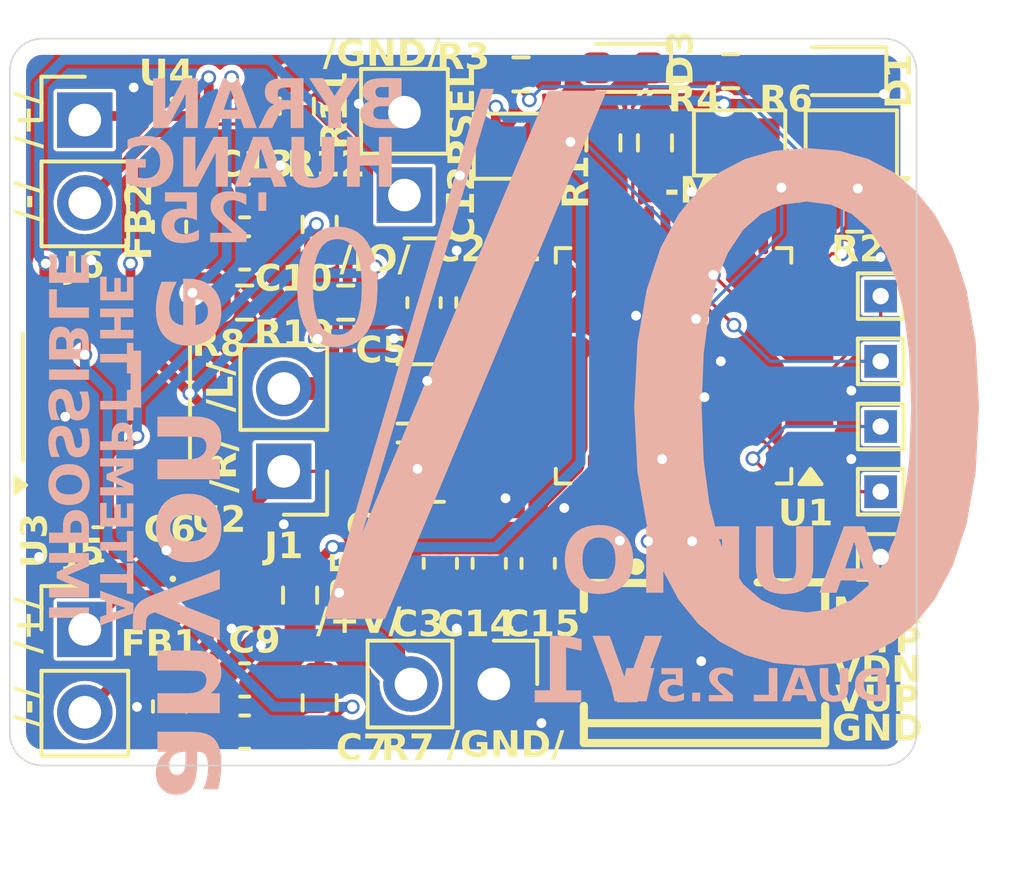
<source format=kicad_pcb>
(kicad_pcb (version 20241007) (generator "pcbnew") (generator_version "8.99")
  (layers (0 "F.Cu" signal) (2 "B.Cu" signal) (13 "F.Paste" user) (15 "B.Paste" user) (5 "F.SilkS" user "F.Silkscreen") (7 "B.SilkS" user "B.Silkscreen") (1 "F.Mask" user) (3 "B.Mask" user) (25 "Edge.Cuts" user))
  (net 0 "")
  (net 1 "GND")
  (net 2 "VBUS")
  (net 3 "/AUDIO_R")
  (net 4 "Net-(U1-LOR)")
  (net 5 "Net-(U1-LOL)")
  (net 6 "/AUDIO_L")
  (net 7 "Net-(U1-VREF)")
  (net 8 "Net-(D1-A)")
  (net 9 "Net-(D3-A)")
  (net 10 "/PWRSEL")
  (net 11 "Net-(U2-PVDD)")
  (net 12 "/MODE")
  (net 13 "/MSEL")
  (net 14 "/LEDO")
  (net 15 "/LEDR")
  (net 16 "/MUTER")
  (net 17 "/MUTEP")
  (net 18 "/VOLDN")
  (net 19 "/VOLUP")
  (net 31 "/PDSW")
  (net 35 "/D+")
  (net 38 "/D-")
  (net 43 "Net-(U4-PVDD)")
  (net 44 "Net-(J5-Pin_2)")
  (net 45 "Net-(J5-Pin_1)")
  (net 46 "Net-(J6-Pin_1)")
  (net 47 "Net-(J6-Pin_2)")
  (net 48 "/SWIO")
  (net 49 "+3.3V")
  (net 50 "Net-(U2-EN)")
  (net 51 "/AMP_R")
  (net 52 "/SDA")
  (net 53 "/SCL")
  (net 54 "Net-(U4-EN)")
  (net 55 "/AMP_L")
  (net 57 "Net-(U3-VDD)")
  (footprint "Resistor_SMD:R_0603_1608Metric" (layer "F.Cu") (at 111.5 90.3 90)
    (property "Reference" "R1")
    (property "Value" "10k")
  )
  (footprint "Capacitor_SMD:C_0603_1608Metric" (layer "F.Cu") (at 100.5 108.375)
    (property "Reference" "C7")
    (property "Value" "100nF")
  )
  (footprint "Connector_PinHeader_2.54mm:PinHeader_1x02_P2.54mm_Vertical" (layer "F.Cu") (at 108.14 106.9 -90)
    (property "Reference" "J4" (hide yes))
    (property "Value" "PWR")
  )
  (footprint "TestPoint:TestPoint_THTPad_1.0x1.0mm_Drill0.5mm" (layer "F.Cu") (at 120 101)
    (property "Reference" "TP4" (hide yes))
    (property "Value" "TestPoint")
  )
  (footprint "Resistor_SMD:R_0603_1608Metric" (layer "F.Cu") (at 102.1 89.175 90)
    (property "Reference" "R11")
    (property "Value" "10k")
  )
  (footprint "Resistor_SMD:R_0603_1608Metric" (layer "F.Cu") (at 100.5 95.2)
    (property "Reference" "R8")
    (property "Value" "10k")
  )
  (footprint "Resistor_SMD:R_0603_1608Metric" (layer "F.Cu") (at 113.08 90.3 90)
    (property "Reference" "R4")
    (property "Value" "10k")
  )
  (footprint "Connector_PinHeader_2.54mm:PinHeader_1x02_P2.54mm_Vertical" (layer "F.Cu") (at 105.4 91.9 180)
    (property "Reference" "J7" (hide yes))
    (property "Value" "SPK")
  )
  (footprint "Resistor_SMD:R_0603_1608Metric" (layer "F.Cu") (at 103.6 95.2 180)
    (property "Reference" "R10")
    (property "Value" "10k")
  )
  (footprint "Capacitor_SMD:C_0603_1608Metric" (layer "F.Cu") (at 106 95.2 90)
    (property "Reference" "C2")
    (property "Value" "4.7uF")
  )
  (footprint "Capacitor_SMD:C_0603_1608Metric" (layer "F.Cu") (at 106.5 103.2 -90)
    (property "Reference" "C3")
    (property "Value" "100nF")
  )
  (footprint "Jumper:SolderJumper-2_P1.3mm_Open_TrianglePad1.0x1.5mm" (layer "F.Cu") (at 115.675 90.3)
    (property "Reference" "JP3" (hide yes))
    (property "Value" "MSEL")
  )
  (footprint "TestPoint:TestPoint_THTPad_1.0x1.0mm_Drill0.5mm" (layer "F.Cu") (at 120 95)
    (property "Reference" "TP1" (hide yes))
    (property "Value" "TestPoint")
  )
  (footprint "Capacitor_SMD:C_1206_3216Metric" (layer "F.Cu") (at 105.9 98 180)
    (property "Reference" "C5")
    (property "Value" "100uF (C1954161)")
  )
  (footprint "FPC:FPC-SMD_6P-P0.50_XUNPU_FPC-05F-6PH20" (layer "F.Cu") (at 114.6 104.8)
    (property "Reference" "J3" (hide yes))
    (property "Value" "USB")
  )
  (footprint "Package_SO:SOP-8_3.9x4.9mm_P1.27mm" (layer "F.Cu") (at 96.265 98.1 90)
    (property "Reference" "U3")
    (property "Value" "CH32V003JxMx")
  )
  (footprint "Inductor_SMD:L_0603_1608Metric" (layer "F.Cu") (at 98.2 92.875 -90)
    (property "Reference" "FB2")
    (property "Value" "GZ1608D601TF")
  )
  (footprint "Resistor_SMD:R_0603_1608Metric" (layer "F.Cu") (at 102.8 92.8 -90)
    (property "Reference" "R12")
    (property "Value" "0R")
  )
  (footprint "LED_SMD:LED_0603_1608Metric" (layer "F.Cu") (at 112.0875 88 180)
    (property "Reference" "D3")
    (property "Value" "OPER")
  )
  (footprint "Connector_PinHeader_2.54mm:PinHeader_1x02_P2.54mm_Vertical" (layer "F.Cu") (at 95.6 89.6)
    (property "Reference" "J6")
    (property "Value" "SPKL")
  )
  (footprint "Capacitor_SMD:C_0603_1608Metric" (layer "F.Cu") (at 96 102.6 180)
    (property "Reference" "C6")
    (property "Value" "100nF")
  )
  (footprint "Capacitor_SMD:C_0603_1608Metric" (layer "F.Cu") (at 108 103.2 -90)
    (property "Reference" "C14")
    (property "Value" "4.7uF")
  )
  (footprint "Jumper:SolderJumper-2_P1.3mm_Open_TrianglePad1.0x1.5mm" (layer "F.Cu") (at 119.1 90.3)
    (property "Reference" "JP2" (hide yes))
    (property "Value" "MODE")
  )
  (footprint "TestPoint:TestPoint_THTPad_1.0x1.0mm_Drill0.5mm" (layer "F.Cu") (at 120 99)
    (property "Reference" "TP3" (hide yes))
    (property "Value" "TestPoint")
  )
  (footprint "Jumper:SolderJumper-2_P1.3mm_Open_TrianglePad1.0x1.5mm" (layer "F.Cu") (at 108.925 90.4 180)
    (property "Reference" "JP1" (hide yes))
    (property "Value" "PSEL")
  )
  (footprint "Connector_PinHeader_2.54mm:PinHeader_1x02_P2.54mm_Vertical" (layer "F.Cu") (at 101.7 100.375 180)
    (property "Reference" "J1")
    (property "Value" "SPK")
  )
  (footprint "TPA2028:TPA2028" (layer "F.Cu") (at 99.4 89.475)
    (property "Reference" "U4")
    (property "Value" "TPA2028")
  )
  (footprint "Package_QFP:LQFP-48_7x7mm_P0.5mm" (layer "F.Cu") (at 113.65 97.1375 180)
    (property "Reference" "U1")
    (property "Value" "CM108")
  )
  (footprint "Capacitor_SMD:C_0603_1608Metric" (layer "F.Cu") (at 100.5 93.675)
    (property "Reference" "C10")
    (property "Value" "100nF")
  )
  (footprint "Capacitor_SMD:C_0603_1608Metric" (layer "F.Cu") (at 109 92.5)
    (property "Reference" "C12")
    (property "Value" "4.7uF")
  )
  (footprint "Resistor_SMD:R_0603_1608Metric" (layer "F.Cu") (at 119.2 92.5 180)
    (property "Reference" "R2")
    (property "Value" "10k")
  )
  (footprint "Capacitor_SMD:C_0603_1608Metric" (layer "F.Cu") (at 100.5 106.775)
    (property "Reference" "C9")
    (property "Value" "10uF")
  )
  (footprint "TPA2028:TPA2028" (layer "F.Cu") (at 99.4 104.175)
    (property "Reference" "U2")
    (property "Value" "TPA2028")
  )
  (footprint "Resistor_SMD:R_0603_1608Metric" (layer "F.Cu") (at 108.975 88.2)
    (property "Reference" "R3")
    (property "Value" "10k")
  )
  (footprint "Capacitor_SMD:C_0603_1608Metric" (layer "F.Cu") (at 109.5 103.2 -90)
    (property "Reference" "C15")
    (property "Value" "100nF")
  )
  (footprint "LED_SMD:LED_0603_1608Metric" (layer "F.Cu") (at 118.6875 88.1 180)
    (property "Reference" "D1")
    (property "Value" "REC_MUTE")
  )
  (footprint "Capacitor_SMD:C_0603_1608Metric" (layer "F.Cu") (at 107.5 95.2 90)
    (property "Reference" "C1")
    (property "Value" "100nF")
  )
  (footprint "Connector_PinHeader_2.54mm:PinHeader_1x02_P2.54mm_Vertical" (layer "F.Cu") (at 95.6 105.225)
    (property "Reference" "J5")
    (property "Value" "SPKR")
  )
  (footprint "Resistor_SMD:R_0603_1608Metric" (layer "F.Cu") (at 102.2 104.175 90)
    (property "Reference" "R5")
    (property "Value" "10k")
  )
  (footprint "Resistor_SMD:R_0603_1608Metric" (layer "F.Cu") (at 102.8 107.475 -90)
    (property "Reference" "R7")
    (property "Value" "0R")
  )
  (footprint "Resistor_SMD:R_0603_1608Metric" (layer "F.Cu") (at 115.4 88.1)
    (property "Reference" "R6")
    (property "Value" "10k")
  )
  (footprint "Inductor_SMD:L_0603_1608Metric" (layer "F.Cu") (at 98.2 107.5875 -90)
    (property "Reference" "FB1")
    (property "Value" "GZ1608D601TF")
  )
  (footprint "Capacitor_SMD:C_1206_3216Metric" (layer "F.Cu") (at 105.9 100.4 180)
    (property "Reference" "C4")
    (property "Value" "100uF (C1954161)")
  )
  (footprint "TestPoint:TestPoint_THTPad_1.0x1.0mm_Drill0.5mm" (layer "F.Cu") (at 120 103)
    (property "Reference" "TP5" (hide yes))
    (property "Value" "TestPoint")
  )
  (footprint "Capacitor_SMD:C_0603_1608Metric" (layer "F.Cu") (at 100.5 92.075)
    (property "Reference" "C13")
    (property "Value" "10uF")
  )
  (footprint "TestPoint:TestPoint_THTPad_1.0x1.0mm_Drill0.5mm" (layer "F.Cu") (at 120 97)
    (property "Reference" "TP2" (hide yes))
    (property "Value" "TestPoint")
  )
  (gr_poly (pts (xy 111.6 88.7) (xy 104.8 104.9) (xy 103 104.9) (xy 109.8 88.7)) (stroke (width 0.0001)) (fill solid) (layer "B.SilkS"))
  (gr_poly (pts (xy 108.143189 88.641457) (xy 103.343189 104.841457) (xy 102.943189 104.841457) (xy 107.743189 88.641457)) (stroke (width 0.0001)) (fill solid) (layer "B.SilkS"))
  (gr_arc (start 120.1 87.1) (mid 120.807107 87.392893) (end 121.1 88.1) (stroke (width 0.05)) (layer "Edge.Cuts"))
  (gr_line (start 121.1 88.1) (end 121.1 108.4) (stroke (width 0.05)) (layer "Edge.Cuts"))
  (gr_arc (start 121.1 108.4) (mid 120.807107 109.107107) (end 120.1 109.4) (stroke (width 0.05)) (layer "Edge.Cuts"))
  (gr_line (start 93.3 108.4) (end 93.3 88.1) (stroke (width 0.05)) (layer "Edge.Cuts"))
  (gr_line (start 94.3 87.1) (end 120.1 87.1) (stroke (width 0.05)) (layer "Edge.Cuts"))
  (gr_arc (start 93.3 88.1) (mid 93.592893 87.392893) (end 94.3 87.1) (stroke (width 0.05)) (layer "Edge.Cuts"))
  (gr_line (start 120.1 109.4) (end 94.3 109.4) (stroke (width 0.05)) (layer "Edge.Cuts"))
  (gr_arc (start 94.3 109.4) (mid 93.592893 109.107107) (end 93.3 108.4) (stroke (width 0.05)) (layer "Edge.Cuts"))
  (gr_text "MTP" (at 119.9 105.6 0) (layer "F.SilkS") (effects (font (size 0.8 0.8) (thickness 0.16) (bold yes))))
  (gr_text "-MODE" (at 118.9 91.8 0) (layer "F.SilkS") (effects (font (size 0.8 0.8) (thickness 0.16) (bold yes))))
  (gr_text "/-/" (at 93.9 92.1 90) (layer "F.SilkS") (effects (font (size 0.8 0.8) (thickness 0.16) (bold yes))))
  (gr_text "/-/" (at 93.9 107.6 90) (layer "F.SilkS") (effects (font (size 0.8 0.8) (thickness 0.16) (bold yes))))
  (gr_text "/IO/" (at 104.5 93.9 0) (layer "F.SilkS") (effects (font (size 0.8 0.8) (thickness 0.16) (bold yes))))
  (gr_text "/+/" (at 93.9 89.6 90) (layer "F.SilkS") (effects (font (size 0.8 0.8) (thickness 0.16) (bold yes))))
  (gr_text "/GND/" (at 104.7 87.6 0) (layer "F.SilkS") (effects (font (size 0.8 0.8) (thickness 0.16) (bold yes))))
  (gr_text "/R/" (at 99.9 100.2 90) (layer "F.SilkS") (effects (font (size 0.8 0.8) (thickness 0.16) (bold yes))))
  (gr_text "/+V/" (at 104 105 0) (layer "F.SilkS") (effects (font (size 0.8 0.8) (thickness 0.16) (bold yes))))
  (gr_text "-PSEL" (at 107.2 89.7 90) (layer "F.SilkS") (effects (font (size 0.8 0.8) (thickness 0.16) (bold yes))))
  (gr_text "/+/" (at 93.9 105.1 90) (layer "F.SilkS") (effects (font (size 0.8 0.8) (thickness 0.16) (bold yes))))
  (gr_text "GND" (at 119.9 108.3 0) (layer "F.SilkS") (effects (font (size 0.8 0.8) (thickness 0.16) (bold yes))))
  (gr_text "/GND/" (at 108.5 108.8 0) (layer "F.SilkS") (effects (font (size 0.8 0.8) (thickness 0.16) (bold yes))))
  (gr_text "VDN" (at 119.9 106.5 0) (layer "F.SilkS") (effects (font (size 0.8 0.8) (thickness 0.16) (bold yes))))
  (gr_text "MTR" (at 119.9 104.7 0) (layer "F.SilkS") (effects (font (size 0.8 0.8) (thickness 0.16) (bold yes))))
  (gr_text "-MSEL" (at 115.3 91.8 0) (layer "F.SilkS") (effects (font (size 0.8 0.8) (thickness 0.16) (bold yes))))
  (gr_text "VUP" (at 119.9 107.4 0) (layer "F.SilkS") (effects (font (size 0.8 0.8) (thickness 0.16) (bold yes))))
  (gr_text "/L/" (at 99.8 97.8 90) (layer "F.SilkS") (effects (font (size 0.8 0.8) (thickness 0.16) (bold yes))))
  (gr_text "IMPOSSIBLE" (at 94.3 93.6 270) (layer "B.SilkS") (effects (font (size 1.2 1.2) (thickness 0.25) (bold yes)) (justify right bottom mirror)))
  (gr_text "AUDIO \nV1" (at 109.2 107.8 0) (layer "B.SilkS") (effects (font (size 2 2) (thickness 0.5) (bold yes)) (justify right bottom mirror)))
  (gr_text "HUANG" (at 96.7 91.9 0) (layer "B.SilkS") (effects (font (size 1.5 1.5) (thickness 0.375) (bold yes)) (justify right bottom mirror)))
  (gr_text "ATTEMPT THE" (at 95.9 94.3 270) (layer "B.SilkS") (effects (font (size 1 1) (thickness 0.25) (bold yes)) (justify right bottom mirror)))
  (gr_text "0" (at 104.9 97.1 0) (layer "B.SilkS") (effects (font (size 3.5 3.5) (thickness 0.1)) (justify left bottom mirror)))
  (gr_text "USB -> \nDUAL 2.5W" (at 120.3 107.6 0) (layer "B.SilkS") (effects (font (size 1 1) (thickness 0.25) (bold yes)) (justify left bottom mirror)))
  (gr_text "BYRAN" (at 97.5 90.1 0) (layer "B.SilkS") (effects (font (size 1.5 1.5) (thickness 0.375) (bold yes)) (justify right bottom mirror)))
  (gr_text "'25" (at 97.8 93.6 0) (layer "B.SilkS") (effects (font (size 1.5 1.5) (thickness 0.375) (bold yes)) (justify right bottom mirror)))
  (gr_text "anyon_e" (at 97.4 94.3 270) (layer "B.SilkS") (effects (font (size 2.5 2.5) (thickness 0.5) (bold yes)) (justify right bottom mirror)))
  (gr_text "0" (at 124.4 108.6 0) (layer "B.SilkS") (effects (font (size 15 15) (thickness 0.1)) (justify left bottom mirror)))
  (via (at 94.2 103) (size 0.45) (drill 0.3) (layers "F.Cu" "B.Cu") (net 1))
  (via (at 95.8 93.9) (size 0.45) (drill 0.3) (layers "F.Cu" "B.Cu") (net 1))
  (via (at 97.1 88.6) (size 0.45) (drill 0.3) (layers "F.Cu" "B.Cu") (net 1))
  (via (at 120.1 88.8) (size 0.45) (drill 0.3) (layers "F.Cu" "B.Cu") (net 1))
  (via (at 113.3 100) (size 0.45) (drill 0.3) (layers "F.Cu" "B.Cu") (net 1))
  (via (at 119.1 100) (size 0.45) (drill 0.3) (layers "F.Cu" "B.Cu") (net 1))
  (via (at 114.5 106.2) (size 0.45) (drill 0.3) (layers "F.Cu" "B.Cu") (net 1))
  (via (at 106.1 97.6) (size 0.45) (drill 0.3) (layers "F.Cu" "B.Cu") (net 1))
  (via (at 110.3 101.5) (size 0.45) (drill 0.3) (layers "F.Cu" "B.Cu") (net 1))
  (via (at 112.5 95.6) (size 0.45) (drill 0.3) (layers "F.Cu" "B.Cu") (net 1))
  (via (at 103.4 104.1) (size 0.45) (drill 0.3) (layers "F.Cu" "B.Cu") (net 1))
  (via (at 114.6 98.1) (size 0.45) (drill 0.3) (layers "F.Cu" "B.Cu") (net 1))
  (via (at 107.1 91.3) (size 0.45) (drill 0.3) (layers "F.Cu" "B.Cu") (net 1))
  (via (at 105.8 100.3) (size 0.45) (drill 0.3) (layers "F.Cu" "B.Cu") (net 1))
  (via (at 108.5 101.2) (size 0.45) (drill 0.3) (layers "F.Cu" "B.Cu") (net 1))
  (via (at 109.6 108.1) (size 0.45) (drill 0.3) (layers "F.Cu" "B.Cu") (net 1))
  (via (at 119.1 97.9) (size 0.45) (drill 0.3) (layers "F.Cu" "B.Cu") (net 1))
  (via (at 115.1 97) (size 0.45) (drill 0.3) (layers "F.Cu" "B.Cu") (net 1))
  (via (at 101.6 91) (size 0.45) (drill 0.3) (layers "F.Cu" "B.Cu") (net 1))
  (via (at 100.1 105.2) (size 0.45) (drill 0.3) (layers "F.Cu" "B.Cu") (net 1))
  (via (at 104 89.1) (size 0.45) (drill 0.3) (layers "F.Cu" "B.Cu") (net 1))
  (via (at 95 98.7) (size 0.45) (drill 0.3) (layers "F.Cu" "B.Cu") (net 1))
  (via (at 107 105.2) (size 0.45) (drill 0.3) (layers "F.Cu" "B.Cu") (net 1))
  (via (at 98.1 102.8) (size 0.45) (drill 0.3) (layers "F.Cu" "B.Cu") (net 1))
  (via (at 120 93.8) (size 0.45) (drill 0.3) (layers "F.Cu" "B.Cu") (net 1))
  (via (at 101.7 102) (size 0.45) (drill 0.3) (layers "F.Cu" "B.Cu") (net 1))
  (via (at 107 93.6) (size 0.45) (drill 0.3) (layers "F.Cu" "B.Cu") (net 1))
  (via (at 119.3 91.7) (size 0.45) (drill 0.3) (layers "F.Cu" "B.Cu") (net 1))
  (via (at 97.2 107.6) (size 0.45) (drill 0.3) (layers "F.Cu" "B.Cu") (net 1))
  (via (at 112 102.5) (size 0.45) (drill 0.3) (layers "F.Cu" "B.Cu") (net 1))
  (via (at 114.2 91.8) (size 0.45) (drill 0.3) (layers "F.Cu" "B.Cu") (net 1))
  (segment (start 99.7125 93.6625) (end 99.725 93.675) (width 1) (layer "F.Cu") (net 2))
  (segment (start 105.08 96.3) (end 105.675 96.3) (width 0.6) (layer "F.Cu") (net 2))
  (segment (start 102.775 95.2) (end 102.775 96.275) (width 0.6) (layer "F.Cu") (net 2))
  (segment (start 100.7889 105.7111) (end 101 105.7111) (width 0.7) (layer "F.Cu") (net 2))
  (segment (start 101.325 95.2) (end 102.775 95.2) (width 0.6) (layer "F.Cu") (net 2))
  (segment (start 99.725 93.675) (end 99.725 92.075) (width 1) (layer "F.Cu") (net 2))
  (segment (start 107.9125 96.3875) (end 107.5 95.975) (width 0.3) (layer "F.Cu") (net 2))
  (segment (start 109.4875 96.3875) (end 110.5875 96.3875) (width 0.3) (layer "F.Cu") (net 2))
  (segment (start 110.6639 96.7361) (end 110.6639 99.618268) (width 0.7) (layer "F.Cu") (net 2))
  (segment (start 110.6139 99.618268) (end 110.344232 99.3486) (width 0.6) (layer "F.Cu") (net 2))
  (segment (start 110.8 96.6) (end 110.6639 96.7361) (width 0.7) (layer "F.Cu") (net 2))
  (segment (start 105.675 96.3) (end 106 95.975) (width 0.6) (layer "F.Cu") (net 2))
  (segment (start 105.6 106.9) (end 104.92 106.22) (width 1) (layer "F.Cu") (net 2))
  (segment (start 106.5 102.425) (end 108 102.425) (width 1) (layer "F.Cu") (net 2))
  (segment (start 98.2 93.6625) (end 99.7125 93.6625) (width 1) (layer "F.Cu") (net 2))
  (segment (start 99.725 106.775) (end 100.7889 105.7111) (width 0.7) (layer "F.Cu") (net 2))
  (segment (start 109.4875 96.3875) (end 107.9125 96.3875) (width 0.3) (layer "F.Cu") (net 2))
  (segment (start 102.775 96.275) (end 102.74 96.31) (width 0.6) (layer "F.Cu") (net 2))
  (segment (start 108 102.425) (end 109.5 102.425) (width 1) (layer "F.Cu") (net 2))
  (segment (start 109.5 102.425) (end 109.5014 102.4264) (width 0.6) (layer "F.Cu") (net 2))
  (segment (start 106 95.975) (end 107.5 95.975) (width 0.6) (layer "F.Cu") (net 2))
  (segment (start 110.8264 102.4264) (end 111.91 103.51) (width 0.6) (layer "F.Cu") (net 2))
  (segment (start 104.92 106.22) (end 104.92 103.23) (width 1) (layer "F.Cu") (net 2))
  (segment (start 109.4875 99.3486) (end 109.4875 98.9264) (width 0.6) (layer "F.Cu") (net 2))
  (segment (start 98.2 108.375) (end 99.675 108.375) (width 1) (layer "F.Cu") (net 2))
  (segment (start 99.675 108.375) (end 99.7 108.4) (width 1) (layer "F.Cu") (net 2))
  (segment (start 110.344232 99.3486) (end 109.4875 99.3486) (width 0.6) (layer "F.Cu") (net 2))
  (segment (start 99.725 93.675) (end 101.25 95.2) (width 0.6) (layer "F.Cu") (net 2))
  (segment (start 109.5 101.304368) (end 110.6139 100.190468) (width 0.6) (layer "F.Cu") (net 2))
  (segment (start 110.6139 100.190468) (end 110.6139 99.618268) (width 0.6) (layer "F.Cu") (net 2))
  (segment (start 111.91 103.51) (end 113.3111 103.51) (width 0.6) (layer "F.Cu") (net 2))
  (segment (start 101.25 95.2) (end 101.5 95.2) (width 0.6) (layer "F.Cu") (net 2))
  (segment (start 105.725 102.425) (end 106.5 102.425) (width 1) (layer "F.Cu") (net 2))
  (segment (start 104.92 103.23) (end 105.725 102.425) (width 1) (layer "F.Cu") (net 2))
  (segment (start 99.725 108.375) (end 99.725 106.775) (width 1) (layer "F.Cu") (net 2))
  (segment (start 110.5875 96.3875) (end 110.8 96.6) (width 0.3) (layer "F.Cu") (net 2))
  (segment (start 109.5 102.425) (end 109.5 101.304368) (width 0.6) (layer "F.Cu") (net 2))
  (segment (start 109.5014 102.4264) (end 110.8264 102.4264) (width 0.6) (layer "F.Cu") (net 2))
  (via (at 102.74 96.31) (size 0.45) (drill 0.3) (layers "F.Cu" "B.Cu") (net 2))
  (via (at 101 105.7111) (size 0.45) (drill 0.3) (layers "F.Cu" "B.Cu") (net 2))
  (via (at 105.08 96.3) (size 0.45) (drill 0.3) (layers "F.Cu" "B.Cu") (net 2))
  (segment (start 105.07 96.31) (end 105.08 96.3) (width 0.6) (layer "B.Cu") (net 2))
  (segment (start 101 105.7111) (end 104.4111 105.7111) (width 1) (layer "B.Cu") (net 2))
  (segment (start 104.4111 105.7111) (end 105.6 106.9) (width 1) (layer "B.Cu") (net 2))
  (segment (start 102.74 96.31) (end 105.07 96.31) (width 0.6) (layer "B.Cu") (net 2))
  (segment (start 100.64 103.73) (end 100.68 103.69) (width 0.5) (layer "F.Cu") (net 3))
  (segment (start 100.68 103.69) (end 100.68 101.395) (width 0.5) (layer "F.Cu") (net 3))
  (segment (start 100.195 104.175) (end 100.64 103.73) (width 0.1) (layer "F.Cu") (net 3))
  (segment (start 101.7 100.375) (end 104.4 100.375) (width 0.1) (layer "F.Cu") (net 3))
  (segment (start 100.68 101.395) (end 101.7 100.375) (width 0.5) (layer "F.Cu") (net 3))
  (segment (start 104.4 100.375) (end 104.425 100.4) (width 0.1) (layer "F.Cu") (net 3))
  (segment (start 99.9 104.175) (end 100.195 104.175) (width 0.1) (layer "F.Cu") (net 3))
  (segment (start 107.375 100.4) (end 108.23 99.545) (width 0.3) (layer "F.Cu") (net 4))
  (segment (start 108.23 99.545) (end 108.23 98.407501) (width 0.3) (layer "F.Cu") (net 4))
  (segment (start 108.750001 97.8875) (end 109.4875 97.8875) (width 0.3) (layer "F.Cu") (net 4))
  (segment (start 108.23 98.407501) (end 108.750001 97.8875) (width 0.3) (layer "F.Cu") (net 4))
  (segment (start 108.4875 96.8875) (end 109.4875 96.8875) (width 0.3) (layer "F.Cu") (net 5))
  (segment (start 107.375 98) (end 108.4875 96.8875) (width 0.3) (layer "F.Cu") (net 5))
  (segment (start 102.72 89.29) (end 103.66 90.23) (width 0.3) (layer "F.Cu") (net 6))
  (segment (start 103.66 90.23) (end 103.66 97.235) (width 0.3) (layer "F.Cu") (net 6))
  (segment (start 101.7 97.835) (end 104.26 97.835) (width 0.7) (layer "F.Cu") (net 6))
  (segment (start 104.26 97.835) (end 104.425 98) (width 0.7) (layer "F.Cu") (net 6))
  (segment (start 100.55 89.29) (end 102.72 89.29) (width 0.3) (layer "F.Cu") (net 6))
  (segment (start 100.09 89.29) (end 100.55 89.29) (width 0.1) (layer "F.Cu") (net 6))
  (segment (start 99.905 89.475) (end 100.09 89.29) (width 0.1) (layer "F.Cu") (net 6))
  (segment (start 99.9 89.475) (end 99.905 89.475) (width 0.1) (layer "F.Cu") (net 6))
  (segment (start 103.66 97.235) (end 104.425 98) (width 0.3) (layer "F.Cu") (net 6))
  (segment (start 110.62 94.63) (end 110.3625 94.8875) (width 0.3) (layer "F.Cu") (net 7))
  (segment (start 109.775 92.5) (end 109.775 93.975) (width 0.3) (layer "F.Cu") (net 7))
  (segment (start 110.3625 94.8875) (end 109.4875 94.8875) (width 0.3) (layer "F.Cu") (net 7))
  (segment (start 109.7986 93.9986) (end 110.2821 93.9986) (width 0.3) (layer "F.Cu") (net 7))
  (segment (start 110.62 94.3365) (end 110.62 94.63) (width 0.3) (layer "F.Cu") (net 7))
  (segment (start 109.775 93.975) (end 109.7986 93.9986) (width 0.3) (layer "F.Cu") (net 7))
  (segment (start 110.2821 93.9986) (end 110.62 94.3365) (width 0.3) (layer "F.Cu") (net 7))
  (segment (start 116.225 88.1) (end 117.9 88.1) (width 0.1) (layer "F.Cu") (net 8))
  (segment (start 110 88) (end 109.8 88.2) (width 0.1) (layer "F.Cu") (net 9))
  (segment (start 111.3 88) (end 110 88) (width 0.1) (layer "F.Cu") (net 9))
  (segment (start 116.005 95.485) (end 114.87 94.35) (width 0.1) (layer "F.Cu") (net 10))
  (segment (start 110.575 89.475) (end 109.65 90.4) (width 0.1) (layer "F.Cu") (net 10))
  (segment (start 117.8125 96.8875) (end 117.075001 96.8875) (width 0.1) (layer "F.Cu") (net 10))
  (segment (start 116.005 95.817499) (end 116.005 95.485) (width 0.1) (layer "F.Cu") (net 10))
  (segment (start 111.5 89.475) (end 110.575 89.475) (width 0.1) (layer "F.Cu") (net 10))
  (segment (start 117.075001 96.8875) (end 116.005 95.817499) (width 0.1) (layer "F.Cu") (net 10))
  (segment (start 110.36 90.4) (end 110.49 90.27) (width 0.1) (layer "F.Cu") (net 10))
  (segment (start 109.65 90.4) (end 110.36 90.4) (width 0.1) (layer "F.Cu") (net 10))
  (via (at 110.49 90.27) (size 0.45) (drill 0.3) (layers "F.Cu" "B.Cu") (net 10))
  (via (at 114.87 94.35) (size 0.45) (drill 0.3) (layers "F.Cu" "B.Cu") (net 10))
  (segment (start 114.87 94.227537) (end 110.912463 90.27) (width 0.1) (layer "B.Cu") (net 10))
  (segment (start 114.87 94.35) (end 114.87 94.227537) (width 0.1) (layer "B.Cu") (net 10))
  (segment (start 110.912463 90.27) (end 110.49 90.27) (width 0.1) (layer "B.Cu") (net 10))
  (segment (start 99.4 105.6) (end 99.4 104.675) (width 0.3) (layer "F.Cu") (net 11))
  (segment (start 98.2 106.8) (end 99.4 105.6) (width 0.3) (layer "F.Cu") (net 11))
  (segment (start 118.375 90.3) (end 118.375 92.5) (width 0.1) (layer "F.Cu") (net 12))
  (segment (start 116.71 94.44792) (end 116.71 95.022499) (width 0.1) (layer "F.Cu") (net 12))
  (segment (start 116.71 95.022499) (end 117.075001 95.3875) (width 0.1) (layer "F.Cu") (net 12))
  (segment (start 118.375 92.5) (end 118.375 92.78292) (width 0.1) (layer "F.Cu") (net 12))
  (segment (start 118.375 92.78292) (end 116.71 94.44792) (width 0.1) (layer "F.Cu") (net 12))
  (segment (start 117.075001 95.3875) (end 117.8125 95.3875) (width 0.1) (layer "F.Cu") (net 12))
  (segment (start 114.95 91.055) (end 115.565 91.67) (width 0.1) (layer "F.Cu") (net 13))
  (segment (start 111.4 98.64) (end 111.4 101.3) (width 0.1) (layer "F.Cu") (net 13))
  (segment (start 115.565 91.67) (end 116.96 91.67) (width 0.1) (layer "F.Cu") (net 13))
  (segment (start 114.95 90.3) (end 114.95 91.055) (width 0.1) (layer "F.Cu") (net 13))
  (segment (start 114.125 89.475) (end 113.08 89.475) (width 0.1) (layer "F.Cu") (net 13))
  (segment (start 114.95 90.3) (end 114.125 89.475) (width 0.1) (layer "F.Cu") (net 13))
  (segment (start 114.34 95.7) (end 111.4 98.64) (width 0.1) (layer "F.Cu") (net 13))
  (via (at 114.34 95.7) (size 0.45) (drill 0.3) (layers "F.Cu" "B.Cu") (net 13))
  (via (at 116.96 91.67) (size 0.45) (drill 0.3) (layers "F.Cu" "B.Cu") (net 13))
  (segment (start 116.96 91.67) (end 116.96 93.08) (width 0.1) (layer "B.Cu") (net 13))
  (segment (start 116.96 93.08) (end 114.34 95.7) (width 0.1) (layer "B.Cu") (net 13))
  (segment (start 108.45 88.2) (end 109.23 88.98) (width 0.1) (layer "F.Cu") (net 14))
  (segment (start 108.15 88.2) (end 108.45 88.2) (width 0.1) (layer "F.Cu") (net 14))
  (segment (start 118.81 93.7) (end 118.5 93.7) (width 0.1) (layer "F.Cu") (net 14))
  (segment (start 118.5 93.7) (end 117.8125 94.3875) (width 0.1) (layer "F.Cu") (net 14))
  (via (at 109.23 88.98) (size 0.45) (drill 0.3) (layers "F.Cu" "B.Cu") (net 14))
  (via (at 118.81 93.7) (size 0.45) (drill 0.3) (layers "F.Cu" "B.Cu") (net 14))
  (segment (start 109.635 88.575) (end 115.485 88.575) (width 0.1) (layer "B.Cu") (net 14))
  (segment (start 109.23 88.98) (end 109.635 88.575) (width 0.1) (layer "B.Cu") (net 14))
  (segment (start 115.485 88.575) (end 118.81 91.9) (width 0.1) (layer "B.Cu") (net 14))
  (segment (start 118.81 91.9) (end 118.81 93.7) (width 0.1) (layer "B.Cu") (net 14))
  (segment (start 112.39 89.2) (end 112.4 89.21) (width 0.1) (layer "F.Cu") (net 15))
  (segment (start 112.4 89.21) (end 112.4 92.975) (width 0.1) (layer "F.Cu") (net 15))
  (segment (start 114.575 88.1) (end 114.0611 88.6139) (width 0.1) (layer "F.Cu") (net 15))
  (segment (start 112.9761 88.6139) (end 112.39 89.2) (width 0.1) (layer "F.Cu") (net 15))
  (segment (start 114.0611 88.6139) (end 112.9761 88.6139) (width 0.1) (layer "F.Cu") (net 15))
  (segment (start 120 95) (end 120 95.74208) (width 0.1) (layer "F.Cu") (net 16))
  (segment (start 118.35458 97.3875) (end 117.8125 97.3875) (width 0.1) (layer "F.Cu") (net 16))
  (segment (start 120 95.74208) (end 118.35458 97.3875) (width 0.1) (layer "F.Cu") (net 16))
  (segment (start 113.9 92.975) (end 113.9 94.29) (width 0.1) (layer "F.Cu") (net 17))
  (segment (start 113.9 94.29) (end 115.5 95.89) (width 0.1) (layer "F.Cu") (net 17))
  (via (at 115.5 95.89) (size 0.45) (drill 0.3) (layers "F.Cu" "B.Cu") (net 17))
  (segment (start 116.61 97) (end 115.5 95.89) (width 0.1) (layer "B.Cu") (net 17))
  (segment (start 120 97) (end 116.61 97) (width 0.1) (layer "B.Cu") (net 17))
  (segment (start 116.4 100.300976) (end 116.084024 99.985) (width 0.1) (layer "F.Cu") (net 18))
  (segment (start 116.4 101.3) (end 116.4 100.300976) (width 0.1) (layer "F.Cu") (net 18))
  (via (at 116.084024 99.985) (size 0.45) (drill 0.3) (layers "F.Cu" "B.Cu") (net 18))
  (segment (start 120 99) (end 117.069024 99) (width 0.1) (layer "B.Cu") (net 18))
  (segment (start 117.069024 99) (end 116.084024 99.985) (width 0.1) (layer "B.Cu") (net 18))
  (segment (start 116.42523 99.46) (end 112.53 99.46) (width 0.1) (layer "F.Cu") (net 19))
  (segment (start 116.609024 100.016588) (end 116.609024 99.643794) (width 0.1) (layer "F.Cu") (net 19))
  (segment (start 111.9 100.09) (end 111.9 101.3) (width 0.1) (layer "F.Cu") (net 19))
  (segment (start 116.609024 99.643794) (end 116.42523 99.46) (width 0.1) (layer "F.Cu") (net 19))
  (segment (start 117.592436 101) (end 116.609024 100.016588) (width 0.1) (layer "F.Cu") (net 19))
  (segment (start 120 101) (end 117.592436 101) (width 0.1) (layer "F.Cu") (net 19))
  (segment (start 112.53 99.46) (end 111.9 100.09) (width 0.1) (layer "F.Cu") (net 19))
  (segment (start 114.35 103.51) (end 114.35 102.65) (width 0.1) (layer "F.Cu") (net 35))
  (segment (start 114.35 102.65) (end 114.22 102.52) (width 0.1) (layer "F.Cu") (net 35))
  (segment (start 112.9 102.49) (end 112.9 101.3) (width 0.1) (layer "F.Cu") (net 35))
  (segment (start 112.87 102.52) (end 112.9 102.49) (width 0.1) (layer "F.Cu") (net 35))
  (via (at 114.22 102.52) (size 0.45) (drill 0.3) (layers "F.Cu" "B.Cu") (net 35))
  (via (at 112.87 102.52) (size 0.45) (drill 0.3) (layers "F.Cu" "B.Cu") (net 35))
  (segment (start 114.22 102.52) (end 112.87 102.52) (width 0.1) (layer "B.Cu") (net 35))
  (segment (start 113.85 103.51) (end 113.85 103.035) (width 0.1) (layer "F.Cu") (net 38))
  (segment (start 113.85 103.035) (end 113.4 102.585) (width 0.1) (layer "F.Cu") (net 38))
  (segment (start 113.4 102.585) (end 113.4 101.3) (width 0.1) (layer "F.Cu") (net 38))
  (segment (start 98.2 92.0875) (end 99.4 90.8875) (width 0.3) (layer "F.Cu") (net 43))
  (segment (start 99.4 90.8875) (end 99.4 89.975) (width 0.3) (layer "F.Cu") (net 43))
  (segment (start 98.69 104.675) (end 95.6 107.765) (width 0.3) (layer "F.Cu") (net 44))
  (segment (start 98.9 104.675) (end 98.69 104.675) (width 0.3) (layer "F.Cu") (net 44))
  (segment (start 98.9 104.175) (end 96.65 104.175) (width 0.3) (layer "F.Cu") (net 45))
  (segment (start 96.65 104.175) (end 95.6 105.225) (width 0.3) (layer "F.Cu") (net 45))
  (segment (start 95.725 89.475) (end 98.9 89.475) (width 0.3) (layer "F.Cu") (net 46))
  (segment (start 95.6 89.6) (end 95.725 89.475) (width 0.3) (layer "F.Cu") (net 46))
  (segment (start 98.9 89.975) (end 97.765 89.975) (width 0.3) (layer "F.Cu") (net 47))
  (segment (start 97.765 89.975) (end 95.6 92.14) (width 0.3) (layer "F.Cu") (net 47))
  (segment (start 94.36 95.475) (end 94.36 94.04) (width 0.3) (layer "F.Cu") (net 48))
  (segment (start 94.36 94.04) (end 94.4 94) (width 0.3) (layer "F.Cu") (net 48))
  (via (at 94.4 94) (size 0.45) (drill 0.3) (layers "F.Cu" "B.Cu") (net 48))
  (segment (start 94.4 94) (end 94.2 93.8) (width 0.3) (layer "B.Cu") (net 48))
  (segment (start 101.25 87.75) (end 105.4 91.9) (width 0.3) (layer "B.Cu") (net 48))
  (segment (start 94.95 87.75) (end 101.25 87.75) (width 0.3) (layer "B.Cu") (net 48))
  (segment (start 94.2 93.8) (end 94.2 88.5) (width 0.3) (layer "B.Cu") (net 48))
  (segment (start 94.2 88.5) (end 94.95 87.75) (width 0.3) (layer "B.Cu") (net 48))
  (segment (start 102.1 88.35) (end 102.1789 88.2711) (width 0.3) (layer "F.Cu") (net 49))
  (segment (start 116.4 94.349354) (end 116.4 95.4) (width 0.3) (layer "F.Cu") (net 49))
  (segment (start 119.825 89.545) (end 119.38 89.1) (width 0.3) (layer "F.Cu") (net 49))
  (segment (start 116.4 95.4) (end 116.8875 95.8875) (width 0.3) (layer "F.Cu") (net 49))
  (segment (start 102.2 103.35) (end 102.55 103.35) (width 0.3) (layer "F.Cu") (net 49))
  (segment (start 108.2 90.4) (end 108.2 89.2) (width 0.3) (layer "F.Cu") (net 49))
  (segment (start 117.51 93.239354) (end 116.4 94.349354) (width 0.3) (layer "F.Cu") (net 49))
  (segment (start 116.8875 95.8875) (end 117.8125 95.8875) (width 0.3) (layer "F.Cu") (net 49))
  (segment (start 115.2 89.1) (end 115.5 89.1) (width 0.3) (layer "F.Cu") (net 49))
  (segment (start 116.4 90.3) (end 117.51 91.41) (width 0.3) (layer "F.Cu") (net 49))
  (segment (start 102.1789 88.2711) (end 106.0711 88.2711) (width 0.3) (layer "F.Cu") (net 49))
  (segment (start 119.825 90.3) (end 119.825 89.545) (width 0.3) (layer "F.Cu") (net 49))
  (segment (start 119.38 89.1) (end 115.2 89.1) (width 0.3) (layer "F.Cu") (net 49))
  (segment (start 116.4 90) (end 116.4 90.3) (width 0.3) (layer "F.Cu") (net 49))
  (segment (start 117.51 91.41) (end 117.51 93.239354) (width 0.3) (layer "F.Cu") (net 49))
  (segment (start 102.55 103.35) (end 103.2 102.7) (width 0.3) (layer "F.Cu") (net 49))
  (segment (start 106.0711 88.2711) (end 108.2 90.4) (width 0.3) (layer "F.Cu") (net 49))
  (segment (start 115.5 89.1) (end 116.4 90) (width 0.3) (layer "F.Cu") (net 49))
  (via (at 115.2 89.1) (size 0.45) (drill 0.3) (layers "F.Cu" "B.Cu") (net 49))
  (via (at 108.2 89.2) (size 0.45) (drill 0.3) (layers "F.Cu" "B.Cu") (net 49))
  (via (at 103.2 102.7) (size 0.45) (drill 0.3) (layers "F.Cu" "B.Cu") (net 49))
  (segment (start 103.2 102.7) (end 108.2 102.7) (width 0.3) (layer "B.Cu") (net 49))
  (segment (start 108.2 89.2) (end 108.53 89.53) (width 0.3) (layer "B.Cu") (net 49))
  (segment (start 108.2 102.7) (end 110.8 100.1) (width 0.3) (layer "B.Cu") (net 49))
  (segment (start 109.987818 89) (end 115.1 89) (width 0.3) (layer "B.Cu") (net 49))
  (segment (start 109.4 89.53) (end 109.457818 89.53) (width 0.3) (layer "B.Cu") (net 49))
  (segment (start 110.8 100.1) (end 110.8 91.8) (width 0.3) (layer "B.Cu") (net 49))
  (segment (start 115.1 89) (end 115.2 89.1) (width 0.3) (layer "B.Cu") (net 49))
  (segment (start 108.53 89.53) (end 109.4 89.53) (width 0.3) (layer "B.Cu") (net 49))
  (segment (start 110.8 91.8) (end 109.4 90.4) (width 0.3) (layer "B.Cu") (net 49))
  (segment (start 109.457818 89.53) (end 109.987818 89) (width 0.3) (layer "B.Cu") (net 49))
  (segment (start 109.4 90.4) (end 109.4 89.53) (width 0.3) (layer "B.Cu") (net 49))
  (segment (start 102.8 105.6) (end 102.2 105) (width 0.3) (layer "F.Cu") (net 50))
  (segment (start 101.06 105) (end 102.2 105) (width 0.1) (layer "F.Cu") (net 50))
  (segment (start 99.72 104.44) (end 99.73 104.43) (width 0.1) (layer "F.Cu") (net 50))
  (segment (start 100.49 104.43) (end 101.06 105) (width 0.1) (layer "F.Cu") (net 50))
  (segment (start 102.8 106.65) (end 102.8 105.6) (width 0.3) (layer "F.Cu") (net 50))
  (segment (start 99.4 104.175) (end 99.6614 104.4364) (width 0.1) (layer "F.Cu") (net 50))
  (segment (start 99.6614 104.4364) (end 99.791724 104.4364) (width 0.1) (layer "F.Cu") (net 50))
  (segment (start 99.73 104.43) (end 100.49 104.43) (width 0.1) (layer "F.Cu") (net 50))
  (segment (start 103.8 107.6) (end 103.5 107.6) (width 0.3) (layer "F.Cu") (net 51))
  (segment (start 95.63 95.475) (end 95.63 96.77) (width 0.3) (layer "F.Cu") (net 51))
  (segment (start 95.63 96.77) (end 95.6 96.8) (width 0.3) (layer "F.Cu") (net 51))
  (segment (start 103.5 107.6) (end 102.8 108.3) (width 0.3) (layer "F.Cu") (net 51))
  (via (at 103.8 107.6) (size 0.45) (drill 0.3) (layers "F.Cu" "B.Cu") (net 51))
  (via (at 95.6 96.8) (size 0.45) (drill 0.3) (layers "F.Cu" "B.Cu") (net 51))
  (segment (start 96.3 102.5) (end 101.4 107.6) (width 0.3) (layer "B.Cu") (net 51))
  (segment (start 95.6 96.8) (end 95.6 97.2) (width 0.3) (layer "B.Cu") (net 51))
  (segment (start 95.6 97.2) (end 96.3 97.9) (width 0.3) (layer "B.Cu") (net 51))
  (segment (start 101.4 107.6) (end 103.8 107.6) (width 0.3) (layer "B.Cu") (net 51))
  (segment (start 96.3 97.9) (end 96.3 102.5) (width 0.3) (layer "B.Cu") (net 51))
  (segment (start 99.9 97.205) (end 98.17 95.475) (width 0.3) (layer "F.Cu") (net 52))
  (segment (start 98.8 95) (end 98.9 94.9) (width 0.3) (layer "F.Cu") (net 52))
  (segment (start 98.8 95.475) (end 99.4 95.475) (width 0.3) (layer "F.Cu") (net 52))
  (segment (start 100.1 88.775) (end 99.9 88.975) (width 0.3) (layer "F.Cu") (net 52))
  (segment (start 99.4 95.475) (end 99.675 95.2) (width 0.3) (layer "F.Cu") (net 52))
  (segment (start 98.17 95.475) (end 98.8 95.475) (width 0.3) (layer "F.Cu") (net 52))
  (segment (start 99.9 103.675) (end 99.9 97.205) (width 0.3) (layer "F.Cu") (net 52))
  (segment (start 100.1 88.3) (end 100.1 88.775) (width 0.3) (layer "F.Cu") (net 52))
  (segment (start 98.8 95.475) (end 98.8 95) (width 0.3) (layer "F.Cu") (net 52))
  (via (at 98.9 94.9) (size 0.45) (drill 0.3) (layers "F.Cu" "B.Cu") (net 52))
  (via (at 100.1 88.3) (size 0.45) (drill 0.3) (layers "F.Cu" "B.Cu") (net 52))
  (segment (start 99.95 88.45) (end 100.1 88.3) (width 0.3) (layer "B.Cu") (net 52))
  (segment (start 99.95 93.85) (end 99.95 88.45) (width 0.3) (layer "B.Cu") (net 52))
  (segment (start 98.9 94.9) (end 99.95 93.85) (width 0.3) (layer "B.Cu") (net 52))
  (segment (start 99.4 98.56) (end 96.9 96.06) (width 0.3) (layer "F.Cu") (net 53))
  (segment (start 104.425 94.175) (end 104.5 94.1) (width 0.3) (layer "F.Cu") (net 53))
  (segment (start 96.9 96.06) (end 96.9 95.475) (width 0.3) (layer "F.Cu") (net 53))
  (segment (start 99.4 103.675) (end 99.4 98.56) (width 0.3) (layer "F.Cu") (net 53))
  (segment (start 97 94) (end 97 95.375) (width 0.3) (layer "F.Cu") (net 53))
  (segment (start 99.4 88.975) (end 99.4 88.3) (width 0.3) (layer "F.Cu") (net 53))
  (segment (start 97 95.375) (end 96.9 95.475) (width 0.3) (layer "F.Cu") (net 53))
  (segment (start 104.425 95.2) (end 104.425 94.175) (width 0.3) (layer "F.Cu") (net 53))
  (via (at 97 94) (size 0.45) (drill 0.3) (layers "F.Cu" "B.Cu") (net 53))
  (via (at 104.5 94.1) (size 0.45) (drill 0.3) (layers "F.Cu" "B.Cu") (net 53))
  (via (at 98.82 97.98) (size 0.45) (drill 0.3) (layers "F.Cu" "B.Cu") (net 53))
  (via (at 99.4 88.3) (size 0.45) (drill 0.3) (layers "F.Cu" "B.Cu") (net 53))
  (segment (start 102.5 94.3) (end 98.82 97.98) (width 0.3) (layer "B.Cu") (net 53))
  (segment (start 104.5 94.1) (end 104.3 94.3) (width 0.3) (layer "B.Cu") (net 53))
  (segment (start 99.4 88.3) (end 97 90.7) (width 0.3) (layer "B.Cu") (net 53))
  (segment (start 104.3 94.3) (end 102.5 94.3) (width 0.3) (layer "B.Cu") (net 53))
  (segment (start 97 90.7) (end 97 94) (width 0.3) (layer "B.Cu") (net 53))
  (segment (start 100.7 90) (end 102.1 90) (width 0.3) (layer "F.Cu") (net 54))
  (segment (start 102.8 91.975) (end 102.8 90.7) (width 0.3) (layer "F.Cu") (net 54))
  (segment (start 99.65 89.725) (end 99.780324 89.725) (width 0.1) (layer "F.Cu") (net 54))
  (segment (start 100.42 89.72) (end 100.7 90) (width 0.3) (layer "F.Cu") (net 54))
  (segment (start 99.4 89.475) (end 99.65 89.725) (width 0.1) (layer "F.Cu") (net 54))
  (segment (start 102.8 90.7) (end 102.1 90) (width 0.3) (layer "F.Cu") (net 54))
  (segment (start 99.72 89.72) (end 100.42 89.72) (width 0.1) (layer "F.Cu") (net 54))
  (segment (start 96.9 100.725) (end 96.9 99.6) (width 0.3) (layer "F.Cu") (net 55))
  (segment (start 96.9 99.6) (end 97.2 99.3) (width 0.3) (layer "F.Cu") (net 55))
  (segment (start 102.7 92.8) (end 102.7 93.525) (width 0.3) (layer "F.Cu") (net 55))
  (segment (start 102.7 93.525) (end 102.8 93.625) (width 0.3) (layer "F.Cu") (net 55))
  (via (at 102.7 92.8) (size 0.45) (drill 0.3) (layers "F.Cu" "B.Cu") (net 55))
  (via (at 97.2 99.3) (size 0.45) (drill 0.3) (layers "F.Cu" "B.Cu") (net 55))
  (segment (start 97.2 99.3) (end 97.2 98.3) (width 0.3) (layer "B.Cu") (net 55))
  (segment (start 97.2 98.3) (end 102.7 92.8) (width 0.3) (layer "B.Cu") (net 55))
  (segment (start 98.17 101.205) (end 98.17 100.725) (width 0.3) (layer "F.Cu") (net 57))
  (segment (start 96.775 102.6) (end 98.17 101.205) (width 0.3) (layer "F.Cu") (net 57))
  (zone (net 1) (net_name "GND") (layers "F&B.Cu") (connect_pads yes (clearance 0.11)) (min_thickness 0.11) (fill yes (thermal_gap 0.5) (thermal_bridge_width 0.5))
    (polygon (pts (xy 93 87) (xy 93 110) (xy 122 110) (xy 122 87)))
  )
)
</source>
